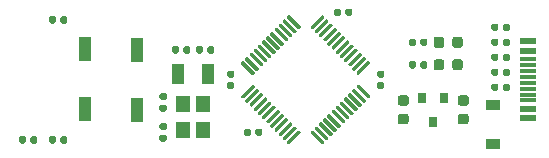
<source format=gbr>
G04 #@! TF.GenerationSoftware,KiCad,Pcbnew,5.1.9+dfsg1-1*
G04 #@! TF.CreationDate,2021-04-15T16:21:39+08:00*
G04 #@! TF.ProjectId,gp,67702e6b-6963-4616-945f-706362585858,c*
G04 #@! TF.SameCoordinates,Original*
G04 #@! TF.FileFunction,Paste,Top*
G04 #@! TF.FilePolarity,Positive*
%FSLAX46Y46*%
G04 Gerber Fmt 4.6, Leading zero omitted, Abs format (unit mm)*
G04 Created by KiCad (PCBNEW 5.1.9+dfsg1-1) date 2021-04-15 16:21:39*
%MOMM*%
%LPD*%
G01*
G04 APERTURE LIST*
%ADD10R,1.050000X2.000000*%
%ADD11R,1.450000X0.300000*%
%ADD12R,1.450000X0.600000*%
%ADD13R,1.200000X1.400000*%
%ADD14R,0.800000X0.900000*%
%ADD15R,1.000000X1.800000*%
%ADD16R,1.200000X0.900000*%
G04 APERTURE END LIST*
D10*
G04 #@! TO.C,SW2*
X158455000Y-99010000D03*
X162855000Y-99060000D03*
G04 #@! TD*
G04 #@! TO.C,SW1*
X158455000Y-104090000D03*
X162855000Y-104140000D03*
G04 #@! TD*
D11*
G04 #@! TO.C,J1*
X195980000Y-101850000D03*
X195980000Y-99850000D03*
X195980000Y-100350000D03*
X195980000Y-100850000D03*
X195980000Y-101350000D03*
X195980000Y-102350000D03*
X195980000Y-102850000D03*
X195980000Y-103350000D03*
D12*
X195980000Y-98350000D03*
X195980000Y-99150000D03*
X195980000Y-104050000D03*
X195980000Y-104850000D03*
X195980000Y-104850000D03*
X195980000Y-104050000D03*
X195980000Y-99150000D03*
X195980000Y-98350000D03*
G04 #@! TD*
D13*
G04 #@! TO.C,Y1*
X168490000Y-103675000D03*
X168490000Y-105875000D03*
X166790000Y-105875000D03*
X166790000Y-103675000D03*
G04 #@! TD*
G04 #@! TO.C,U2*
G36*
G01*
X172639516Y-101175736D02*
X171702600Y-100238820D01*
G75*
G02*
X171702600Y-100132754I53033J53033D01*
G01*
X171808666Y-100026688D01*
G75*
G02*
X171914732Y-100026688I53033J-53033D01*
G01*
X172851648Y-100963604D01*
G75*
G02*
X172851648Y-101069670I-53033J-53033D01*
G01*
X172745582Y-101175736D01*
G75*
G02*
X172639516Y-101175736I-53033J53033D01*
G01*
G37*
G36*
G01*
X172993070Y-100822182D02*
X172056154Y-99885266D01*
G75*
G02*
X172056154Y-99779200I53033J53033D01*
G01*
X172162220Y-99673134D01*
G75*
G02*
X172268286Y-99673134I53033J-53033D01*
G01*
X173205202Y-100610050D01*
G75*
G02*
X173205202Y-100716116I-53033J-53033D01*
G01*
X173099136Y-100822182D01*
G75*
G02*
X172993070Y-100822182I-53033J53033D01*
G01*
G37*
G36*
G01*
X173346623Y-100468629D02*
X172409707Y-99531713D01*
G75*
G02*
X172409707Y-99425647I53033J53033D01*
G01*
X172515773Y-99319581D01*
G75*
G02*
X172621839Y-99319581I53033J-53033D01*
G01*
X173558755Y-100256497D01*
G75*
G02*
X173558755Y-100362563I-53033J-53033D01*
G01*
X173452689Y-100468629D01*
G75*
G02*
X173346623Y-100468629I-53033J53033D01*
G01*
G37*
G36*
G01*
X173700177Y-100115075D02*
X172763261Y-99178159D01*
G75*
G02*
X172763261Y-99072093I53033J53033D01*
G01*
X172869327Y-98966027D01*
G75*
G02*
X172975393Y-98966027I53033J-53033D01*
G01*
X173912309Y-99902943D01*
G75*
G02*
X173912309Y-100009009I-53033J-53033D01*
G01*
X173806243Y-100115075D01*
G75*
G02*
X173700177Y-100115075I-53033J53033D01*
G01*
G37*
G36*
G01*
X174053730Y-99761522D02*
X173116814Y-98824606D01*
G75*
G02*
X173116814Y-98718540I53033J53033D01*
G01*
X173222880Y-98612474D01*
G75*
G02*
X173328946Y-98612474I53033J-53033D01*
G01*
X174265862Y-99549390D01*
G75*
G02*
X174265862Y-99655456I-53033J-53033D01*
G01*
X174159796Y-99761522D01*
G75*
G02*
X174053730Y-99761522I-53033J53033D01*
G01*
G37*
G36*
G01*
X174407283Y-99407969D02*
X173470367Y-98471053D01*
G75*
G02*
X173470367Y-98364987I53033J53033D01*
G01*
X173576433Y-98258921D01*
G75*
G02*
X173682499Y-98258921I53033J-53033D01*
G01*
X174619415Y-99195837D01*
G75*
G02*
X174619415Y-99301903I-53033J-53033D01*
G01*
X174513349Y-99407969D01*
G75*
G02*
X174407283Y-99407969I-53033J53033D01*
G01*
G37*
G36*
G01*
X174760837Y-99054415D02*
X173823921Y-98117499D01*
G75*
G02*
X173823921Y-98011433I53033J53033D01*
G01*
X173929987Y-97905367D01*
G75*
G02*
X174036053Y-97905367I53033J-53033D01*
G01*
X174972969Y-98842283D01*
G75*
G02*
X174972969Y-98948349I-53033J-53033D01*
G01*
X174866903Y-99054415D01*
G75*
G02*
X174760837Y-99054415I-53033J53033D01*
G01*
G37*
G36*
G01*
X175114390Y-98700862D02*
X174177474Y-97763946D01*
G75*
G02*
X174177474Y-97657880I53033J53033D01*
G01*
X174283540Y-97551814D01*
G75*
G02*
X174389606Y-97551814I53033J-53033D01*
G01*
X175326522Y-98488730D01*
G75*
G02*
X175326522Y-98594796I-53033J-53033D01*
G01*
X175220456Y-98700862D01*
G75*
G02*
X175114390Y-98700862I-53033J53033D01*
G01*
G37*
G36*
G01*
X175467943Y-98347309D02*
X174531027Y-97410393D01*
G75*
G02*
X174531027Y-97304327I53033J53033D01*
G01*
X174637093Y-97198261D01*
G75*
G02*
X174743159Y-97198261I53033J-53033D01*
G01*
X175680075Y-98135177D01*
G75*
G02*
X175680075Y-98241243I-53033J-53033D01*
G01*
X175574009Y-98347309D01*
G75*
G02*
X175467943Y-98347309I-53033J53033D01*
G01*
G37*
G36*
G01*
X175821497Y-97993755D02*
X174884581Y-97056839D01*
G75*
G02*
X174884581Y-96950773I53033J53033D01*
G01*
X174990647Y-96844707D01*
G75*
G02*
X175096713Y-96844707I53033J-53033D01*
G01*
X176033629Y-97781623D01*
G75*
G02*
X176033629Y-97887689I-53033J-53033D01*
G01*
X175927563Y-97993755D01*
G75*
G02*
X175821497Y-97993755I-53033J53033D01*
G01*
G37*
G36*
G01*
X176175050Y-97640202D02*
X175238134Y-96703286D01*
G75*
G02*
X175238134Y-96597220I53033J53033D01*
G01*
X175344200Y-96491154D01*
G75*
G02*
X175450266Y-96491154I53033J-53033D01*
G01*
X176387182Y-97428070D01*
G75*
G02*
X176387182Y-97534136I-53033J-53033D01*
G01*
X176281116Y-97640202D01*
G75*
G02*
X176175050Y-97640202I-53033J53033D01*
G01*
G37*
G36*
G01*
X176528604Y-97286648D02*
X175591688Y-96349732D01*
G75*
G02*
X175591688Y-96243666I53033J53033D01*
G01*
X175697754Y-96137600D01*
G75*
G02*
X175803820Y-96137600I53033J-53033D01*
G01*
X176740736Y-97074516D01*
G75*
G02*
X176740736Y-97180582I-53033J-53033D01*
G01*
X176634670Y-97286648D01*
G75*
G02*
X176528604Y-97286648I-53033J53033D01*
G01*
G37*
G36*
G01*
X177695330Y-97286648D02*
X177589264Y-97180582D01*
G75*
G02*
X177589264Y-97074516I53033J53033D01*
G01*
X178526180Y-96137600D01*
G75*
G02*
X178632246Y-96137600I53033J-53033D01*
G01*
X178738312Y-96243666D01*
G75*
G02*
X178738312Y-96349732I-53033J-53033D01*
G01*
X177801396Y-97286648D01*
G75*
G02*
X177695330Y-97286648I-53033J53033D01*
G01*
G37*
G36*
G01*
X178048884Y-97640202D02*
X177942818Y-97534136D01*
G75*
G02*
X177942818Y-97428070I53033J53033D01*
G01*
X178879734Y-96491154D01*
G75*
G02*
X178985800Y-96491154I53033J-53033D01*
G01*
X179091866Y-96597220D01*
G75*
G02*
X179091866Y-96703286I-53033J-53033D01*
G01*
X178154950Y-97640202D01*
G75*
G02*
X178048884Y-97640202I-53033J53033D01*
G01*
G37*
G36*
G01*
X178402437Y-97993755D02*
X178296371Y-97887689D01*
G75*
G02*
X178296371Y-97781623I53033J53033D01*
G01*
X179233287Y-96844707D01*
G75*
G02*
X179339353Y-96844707I53033J-53033D01*
G01*
X179445419Y-96950773D01*
G75*
G02*
X179445419Y-97056839I-53033J-53033D01*
G01*
X178508503Y-97993755D01*
G75*
G02*
X178402437Y-97993755I-53033J53033D01*
G01*
G37*
G36*
G01*
X178755991Y-98347309D02*
X178649925Y-98241243D01*
G75*
G02*
X178649925Y-98135177I53033J53033D01*
G01*
X179586841Y-97198261D01*
G75*
G02*
X179692907Y-97198261I53033J-53033D01*
G01*
X179798973Y-97304327D01*
G75*
G02*
X179798973Y-97410393I-53033J-53033D01*
G01*
X178862057Y-98347309D01*
G75*
G02*
X178755991Y-98347309I-53033J53033D01*
G01*
G37*
G36*
G01*
X179109544Y-98700862D02*
X179003478Y-98594796D01*
G75*
G02*
X179003478Y-98488730I53033J53033D01*
G01*
X179940394Y-97551814D01*
G75*
G02*
X180046460Y-97551814I53033J-53033D01*
G01*
X180152526Y-97657880D01*
G75*
G02*
X180152526Y-97763946I-53033J-53033D01*
G01*
X179215610Y-98700862D01*
G75*
G02*
X179109544Y-98700862I-53033J53033D01*
G01*
G37*
G36*
G01*
X179463097Y-99054415D02*
X179357031Y-98948349D01*
G75*
G02*
X179357031Y-98842283I53033J53033D01*
G01*
X180293947Y-97905367D01*
G75*
G02*
X180400013Y-97905367I53033J-53033D01*
G01*
X180506079Y-98011433D01*
G75*
G02*
X180506079Y-98117499I-53033J-53033D01*
G01*
X179569163Y-99054415D01*
G75*
G02*
X179463097Y-99054415I-53033J53033D01*
G01*
G37*
G36*
G01*
X179816651Y-99407969D02*
X179710585Y-99301903D01*
G75*
G02*
X179710585Y-99195837I53033J53033D01*
G01*
X180647501Y-98258921D01*
G75*
G02*
X180753567Y-98258921I53033J-53033D01*
G01*
X180859633Y-98364987D01*
G75*
G02*
X180859633Y-98471053I-53033J-53033D01*
G01*
X179922717Y-99407969D01*
G75*
G02*
X179816651Y-99407969I-53033J53033D01*
G01*
G37*
G36*
G01*
X180170204Y-99761522D02*
X180064138Y-99655456D01*
G75*
G02*
X180064138Y-99549390I53033J53033D01*
G01*
X181001054Y-98612474D01*
G75*
G02*
X181107120Y-98612474I53033J-53033D01*
G01*
X181213186Y-98718540D01*
G75*
G02*
X181213186Y-98824606I-53033J-53033D01*
G01*
X180276270Y-99761522D01*
G75*
G02*
X180170204Y-99761522I-53033J53033D01*
G01*
G37*
G36*
G01*
X180523757Y-100115075D02*
X180417691Y-100009009D01*
G75*
G02*
X180417691Y-99902943I53033J53033D01*
G01*
X181354607Y-98966027D01*
G75*
G02*
X181460673Y-98966027I53033J-53033D01*
G01*
X181566739Y-99072093D01*
G75*
G02*
X181566739Y-99178159I-53033J-53033D01*
G01*
X180629823Y-100115075D01*
G75*
G02*
X180523757Y-100115075I-53033J53033D01*
G01*
G37*
G36*
G01*
X180877311Y-100468629D02*
X180771245Y-100362563D01*
G75*
G02*
X180771245Y-100256497I53033J53033D01*
G01*
X181708161Y-99319581D01*
G75*
G02*
X181814227Y-99319581I53033J-53033D01*
G01*
X181920293Y-99425647D01*
G75*
G02*
X181920293Y-99531713I-53033J-53033D01*
G01*
X180983377Y-100468629D01*
G75*
G02*
X180877311Y-100468629I-53033J53033D01*
G01*
G37*
G36*
G01*
X181230864Y-100822182D02*
X181124798Y-100716116D01*
G75*
G02*
X181124798Y-100610050I53033J53033D01*
G01*
X182061714Y-99673134D01*
G75*
G02*
X182167780Y-99673134I53033J-53033D01*
G01*
X182273846Y-99779200D01*
G75*
G02*
X182273846Y-99885266I-53033J-53033D01*
G01*
X181336930Y-100822182D01*
G75*
G02*
X181230864Y-100822182I-53033J53033D01*
G01*
G37*
G36*
G01*
X181584418Y-101175736D02*
X181478352Y-101069670D01*
G75*
G02*
X181478352Y-100963604I53033J53033D01*
G01*
X182415268Y-100026688D01*
G75*
G02*
X182521334Y-100026688I53033J-53033D01*
G01*
X182627400Y-100132754D01*
G75*
G02*
X182627400Y-100238820I-53033J-53033D01*
G01*
X181690484Y-101175736D01*
G75*
G02*
X181584418Y-101175736I-53033J53033D01*
G01*
G37*
G36*
G01*
X182415268Y-103173312D02*
X181478352Y-102236396D01*
G75*
G02*
X181478352Y-102130330I53033J53033D01*
G01*
X181584418Y-102024264D01*
G75*
G02*
X181690484Y-102024264I53033J-53033D01*
G01*
X182627400Y-102961180D01*
G75*
G02*
X182627400Y-103067246I-53033J-53033D01*
G01*
X182521334Y-103173312D01*
G75*
G02*
X182415268Y-103173312I-53033J53033D01*
G01*
G37*
G36*
G01*
X182061714Y-103526866D02*
X181124798Y-102589950D01*
G75*
G02*
X181124798Y-102483884I53033J53033D01*
G01*
X181230864Y-102377818D01*
G75*
G02*
X181336930Y-102377818I53033J-53033D01*
G01*
X182273846Y-103314734D01*
G75*
G02*
X182273846Y-103420800I-53033J-53033D01*
G01*
X182167780Y-103526866D01*
G75*
G02*
X182061714Y-103526866I-53033J53033D01*
G01*
G37*
G36*
G01*
X181708161Y-103880419D02*
X180771245Y-102943503D01*
G75*
G02*
X180771245Y-102837437I53033J53033D01*
G01*
X180877311Y-102731371D01*
G75*
G02*
X180983377Y-102731371I53033J-53033D01*
G01*
X181920293Y-103668287D01*
G75*
G02*
X181920293Y-103774353I-53033J-53033D01*
G01*
X181814227Y-103880419D01*
G75*
G02*
X181708161Y-103880419I-53033J53033D01*
G01*
G37*
G36*
G01*
X181354607Y-104233973D02*
X180417691Y-103297057D01*
G75*
G02*
X180417691Y-103190991I53033J53033D01*
G01*
X180523757Y-103084925D01*
G75*
G02*
X180629823Y-103084925I53033J-53033D01*
G01*
X181566739Y-104021841D01*
G75*
G02*
X181566739Y-104127907I-53033J-53033D01*
G01*
X181460673Y-104233973D01*
G75*
G02*
X181354607Y-104233973I-53033J53033D01*
G01*
G37*
G36*
G01*
X181001054Y-104587526D02*
X180064138Y-103650610D01*
G75*
G02*
X180064138Y-103544544I53033J53033D01*
G01*
X180170204Y-103438478D01*
G75*
G02*
X180276270Y-103438478I53033J-53033D01*
G01*
X181213186Y-104375394D01*
G75*
G02*
X181213186Y-104481460I-53033J-53033D01*
G01*
X181107120Y-104587526D01*
G75*
G02*
X181001054Y-104587526I-53033J53033D01*
G01*
G37*
G36*
G01*
X180647501Y-104941079D02*
X179710585Y-104004163D01*
G75*
G02*
X179710585Y-103898097I53033J53033D01*
G01*
X179816651Y-103792031D01*
G75*
G02*
X179922717Y-103792031I53033J-53033D01*
G01*
X180859633Y-104728947D01*
G75*
G02*
X180859633Y-104835013I-53033J-53033D01*
G01*
X180753567Y-104941079D01*
G75*
G02*
X180647501Y-104941079I-53033J53033D01*
G01*
G37*
G36*
G01*
X180293947Y-105294633D02*
X179357031Y-104357717D01*
G75*
G02*
X179357031Y-104251651I53033J53033D01*
G01*
X179463097Y-104145585D01*
G75*
G02*
X179569163Y-104145585I53033J-53033D01*
G01*
X180506079Y-105082501D01*
G75*
G02*
X180506079Y-105188567I-53033J-53033D01*
G01*
X180400013Y-105294633D01*
G75*
G02*
X180293947Y-105294633I-53033J53033D01*
G01*
G37*
G36*
G01*
X179940394Y-105648186D02*
X179003478Y-104711270D01*
G75*
G02*
X179003478Y-104605204I53033J53033D01*
G01*
X179109544Y-104499138D01*
G75*
G02*
X179215610Y-104499138I53033J-53033D01*
G01*
X180152526Y-105436054D01*
G75*
G02*
X180152526Y-105542120I-53033J-53033D01*
G01*
X180046460Y-105648186D01*
G75*
G02*
X179940394Y-105648186I-53033J53033D01*
G01*
G37*
G36*
G01*
X179586841Y-106001739D02*
X178649925Y-105064823D01*
G75*
G02*
X178649925Y-104958757I53033J53033D01*
G01*
X178755991Y-104852691D01*
G75*
G02*
X178862057Y-104852691I53033J-53033D01*
G01*
X179798973Y-105789607D01*
G75*
G02*
X179798973Y-105895673I-53033J-53033D01*
G01*
X179692907Y-106001739D01*
G75*
G02*
X179586841Y-106001739I-53033J53033D01*
G01*
G37*
G36*
G01*
X179233287Y-106355293D02*
X178296371Y-105418377D01*
G75*
G02*
X178296371Y-105312311I53033J53033D01*
G01*
X178402437Y-105206245D01*
G75*
G02*
X178508503Y-105206245I53033J-53033D01*
G01*
X179445419Y-106143161D01*
G75*
G02*
X179445419Y-106249227I-53033J-53033D01*
G01*
X179339353Y-106355293D01*
G75*
G02*
X179233287Y-106355293I-53033J53033D01*
G01*
G37*
G36*
G01*
X178879734Y-106708846D02*
X177942818Y-105771930D01*
G75*
G02*
X177942818Y-105665864I53033J53033D01*
G01*
X178048884Y-105559798D01*
G75*
G02*
X178154950Y-105559798I53033J-53033D01*
G01*
X179091866Y-106496714D01*
G75*
G02*
X179091866Y-106602780I-53033J-53033D01*
G01*
X178985800Y-106708846D01*
G75*
G02*
X178879734Y-106708846I-53033J53033D01*
G01*
G37*
G36*
G01*
X178526180Y-107062400D02*
X177589264Y-106125484D01*
G75*
G02*
X177589264Y-106019418I53033J53033D01*
G01*
X177695330Y-105913352D01*
G75*
G02*
X177801396Y-105913352I53033J-53033D01*
G01*
X178738312Y-106850268D01*
G75*
G02*
X178738312Y-106956334I-53033J-53033D01*
G01*
X178632246Y-107062400D01*
G75*
G02*
X178526180Y-107062400I-53033J53033D01*
G01*
G37*
G36*
G01*
X175697754Y-107062400D02*
X175591688Y-106956334D01*
G75*
G02*
X175591688Y-106850268I53033J53033D01*
G01*
X176528604Y-105913352D01*
G75*
G02*
X176634670Y-105913352I53033J-53033D01*
G01*
X176740736Y-106019418D01*
G75*
G02*
X176740736Y-106125484I-53033J-53033D01*
G01*
X175803820Y-107062400D01*
G75*
G02*
X175697754Y-107062400I-53033J53033D01*
G01*
G37*
G36*
G01*
X175344200Y-106708846D02*
X175238134Y-106602780D01*
G75*
G02*
X175238134Y-106496714I53033J53033D01*
G01*
X176175050Y-105559798D01*
G75*
G02*
X176281116Y-105559798I53033J-53033D01*
G01*
X176387182Y-105665864D01*
G75*
G02*
X176387182Y-105771930I-53033J-53033D01*
G01*
X175450266Y-106708846D01*
G75*
G02*
X175344200Y-106708846I-53033J53033D01*
G01*
G37*
G36*
G01*
X174990647Y-106355293D02*
X174884581Y-106249227D01*
G75*
G02*
X174884581Y-106143161I53033J53033D01*
G01*
X175821497Y-105206245D01*
G75*
G02*
X175927563Y-105206245I53033J-53033D01*
G01*
X176033629Y-105312311D01*
G75*
G02*
X176033629Y-105418377I-53033J-53033D01*
G01*
X175096713Y-106355293D01*
G75*
G02*
X174990647Y-106355293I-53033J53033D01*
G01*
G37*
G36*
G01*
X174637093Y-106001739D02*
X174531027Y-105895673D01*
G75*
G02*
X174531027Y-105789607I53033J53033D01*
G01*
X175467943Y-104852691D01*
G75*
G02*
X175574009Y-104852691I53033J-53033D01*
G01*
X175680075Y-104958757D01*
G75*
G02*
X175680075Y-105064823I-53033J-53033D01*
G01*
X174743159Y-106001739D01*
G75*
G02*
X174637093Y-106001739I-53033J53033D01*
G01*
G37*
G36*
G01*
X174283540Y-105648186D02*
X174177474Y-105542120D01*
G75*
G02*
X174177474Y-105436054I53033J53033D01*
G01*
X175114390Y-104499138D01*
G75*
G02*
X175220456Y-104499138I53033J-53033D01*
G01*
X175326522Y-104605204D01*
G75*
G02*
X175326522Y-104711270I-53033J-53033D01*
G01*
X174389606Y-105648186D01*
G75*
G02*
X174283540Y-105648186I-53033J53033D01*
G01*
G37*
G36*
G01*
X173929987Y-105294633D02*
X173823921Y-105188567D01*
G75*
G02*
X173823921Y-105082501I53033J53033D01*
G01*
X174760837Y-104145585D01*
G75*
G02*
X174866903Y-104145585I53033J-53033D01*
G01*
X174972969Y-104251651D01*
G75*
G02*
X174972969Y-104357717I-53033J-53033D01*
G01*
X174036053Y-105294633D01*
G75*
G02*
X173929987Y-105294633I-53033J53033D01*
G01*
G37*
G36*
G01*
X173576433Y-104941079D02*
X173470367Y-104835013D01*
G75*
G02*
X173470367Y-104728947I53033J53033D01*
G01*
X174407283Y-103792031D01*
G75*
G02*
X174513349Y-103792031I53033J-53033D01*
G01*
X174619415Y-103898097D01*
G75*
G02*
X174619415Y-104004163I-53033J-53033D01*
G01*
X173682499Y-104941079D01*
G75*
G02*
X173576433Y-104941079I-53033J53033D01*
G01*
G37*
G36*
G01*
X173222880Y-104587526D02*
X173116814Y-104481460D01*
G75*
G02*
X173116814Y-104375394I53033J53033D01*
G01*
X174053730Y-103438478D01*
G75*
G02*
X174159796Y-103438478I53033J-53033D01*
G01*
X174265862Y-103544544D01*
G75*
G02*
X174265862Y-103650610I-53033J-53033D01*
G01*
X173328946Y-104587526D01*
G75*
G02*
X173222880Y-104587526I-53033J53033D01*
G01*
G37*
G36*
G01*
X172869327Y-104233973D02*
X172763261Y-104127907D01*
G75*
G02*
X172763261Y-104021841I53033J53033D01*
G01*
X173700177Y-103084925D01*
G75*
G02*
X173806243Y-103084925I53033J-53033D01*
G01*
X173912309Y-103190991D01*
G75*
G02*
X173912309Y-103297057I-53033J-53033D01*
G01*
X172975393Y-104233973D01*
G75*
G02*
X172869327Y-104233973I-53033J53033D01*
G01*
G37*
G36*
G01*
X172515773Y-103880419D02*
X172409707Y-103774353D01*
G75*
G02*
X172409707Y-103668287I53033J53033D01*
G01*
X173346623Y-102731371D01*
G75*
G02*
X173452689Y-102731371I53033J-53033D01*
G01*
X173558755Y-102837437D01*
G75*
G02*
X173558755Y-102943503I-53033J-53033D01*
G01*
X172621839Y-103880419D01*
G75*
G02*
X172515773Y-103880419I-53033J53033D01*
G01*
G37*
G36*
G01*
X172162220Y-103526866D02*
X172056154Y-103420800D01*
G75*
G02*
X172056154Y-103314734I53033J53033D01*
G01*
X172993070Y-102377818D01*
G75*
G02*
X173099136Y-102377818I53033J-53033D01*
G01*
X173205202Y-102483884D01*
G75*
G02*
X173205202Y-102589950I-53033J-53033D01*
G01*
X172268286Y-103526866D01*
G75*
G02*
X172162220Y-103526866I-53033J53033D01*
G01*
G37*
G36*
G01*
X171808666Y-103173312D02*
X171702600Y-103067246D01*
G75*
G02*
X171702600Y-102961180I53033J53033D01*
G01*
X172639516Y-102024264D01*
G75*
G02*
X172745582Y-102024264I53033J-53033D01*
G01*
X172851648Y-102130330D01*
G75*
G02*
X172851648Y-102236396I-53033J-53033D01*
G01*
X171914732Y-103173312D01*
G75*
G02*
X171808666Y-103173312I-53033J53033D01*
G01*
G37*
G04 #@! TD*
G04 #@! TO.C,C3*
G36*
G01*
X185163750Y-104490000D02*
X185676250Y-104490000D01*
G75*
G02*
X185895000Y-104708750I0J-218750D01*
G01*
X185895000Y-105146250D01*
G75*
G02*
X185676250Y-105365000I-218750J0D01*
G01*
X185163750Y-105365000D01*
G75*
G02*
X184945000Y-105146250I0J218750D01*
G01*
X184945000Y-104708750D01*
G75*
G02*
X185163750Y-104490000I218750J0D01*
G01*
G37*
G36*
G01*
X185163750Y-102915000D02*
X185676250Y-102915000D01*
G75*
G02*
X185895000Y-103133750I0J-218750D01*
G01*
X185895000Y-103571250D01*
G75*
G02*
X185676250Y-103790000I-218750J0D01*
G01*
X185163750Y-103790000D01*
G75*
G02*
X184945000Y-103571250I0J218750D01*
G01*
X184945000Y-103133750D01*
G75*
G02*
X185163750Y-102915000I218750J0D01*
G01*
G37*
G04 #@! TD*
G04 #@! TO.C,C1*
G36*
G01*
X190756250Y-103790000D02*
X190243750Y-103790000D01*
G75*
G02*
X190025000Y-103571250I0J218750D01*
G01*
X190025000Y-103133750D01*
G75*
G02*
X190243750Y-102915000I218750J0D01*
G01*
X190756250Y-102915000D01*
G75*
G02*
X190975000Y-103133750I0J-218750D01*
G01*
X190975000Y-103571250D01*
G75*
G02*
X190756250Y-103790000I-218750J0D01*
G01*
G37*
G36*
G01*
X190756250Y-105365000D02*
X190243750Y-105365000D01*
G75*
G02*
X190025000Y-105146250I0J218750D01*
G01*
X190025000Y-104708750D01*
G75*
G02*
X190243750Y-104490000I218750J0D01*
G01*
X190756250Y-104490000D01*
G75*
G02*
X190975000Y-104708750I0J-218750D01*
G01*
X190975000Y-105146250D01*
G75*
G02*
X190756250Y-105365000I-218750J0D01*
G01*
G37*
G04 #@! TD*
G04 #@! TO.C,R5*
G36*
G01*
X156020000Y-96347500D02*
X156020000Y-96692500D01*
G75*
G02*
X155872500Y-96840000I-147500J0D01*
G01*
X155577500Y-96840000D01*
G75*
G02*
X155430000Y-96692500I0J147500D01*
G01*
X155430000Y-96347500D01*
G75*
G02*
X155577500Y-96200000I147500J0D01*
G01*
X155872500Y-96200000D01*
G75*
G02*
X156020000Y-96347500I0J-147500D01*
G01*
G37*
G36*
G01*
X156990000Y-96347500D02*
X156990000Y-96692500D01*
G75*
G02*
X156842500Y-96840000I-147500J0D01*
G01*
X156547500Y-96840000D01*
G75*
G02*
X156400000Y-96692500I0J147500D01*
G01*
X156400000Y-96347500D01*
G75*
G02*
X156547500Y-96200000I147500J0D01*
G01*
X156842500Y-96200000D01*
G75*
G02*
X156990000Y-96347500I0J-147500D01*
G01*
G37*
G04 #@! TD*
G04 #@! TO.C,R8*
G36*
G01*
X186500000Y-98252500D02*
X186500000Y-98597500D01*
G75*
G02*
X186352500Y-98745000I-147500J0D01*
G01*
X186057500Y-98745000D01*
G75*
G02*
X185910000Y-98597500I0J147500D01*
G01*
X185910000Y-98252500D01*
G75*
G02*
X186057500Y-98105000I147500J0D01*
G01*
X186352500Y-98105000D01*
G75*
G02*
X186500000Y-98252500I0J-147500D01*
G01*
G37*
G36*
G01*
X187470000Y-98252500D02*
X187470000Y-98597500D01*
G75*
G02*
X187322500Y-98745000I-147500J0D01*
G01*
X187027500Y-98745000D01*
G75*
G02*
X186880000Y-98597500I0J147500D01*
G01*
X186880000Y-98252500D01*
G75*
G02*
X187027500Y-98105000I147500J0D01*
G01*
X187322500Y-98105000D01*
G75*
G02*
X187470000Y-98252500I0J-147500D01*
G01*
G37*
G04 #@! TD*
G04 #@! TO.C,R4*
G36*
G01*
X193485000Y-98252500D02*
X193485000Y-98597500D01*
G75*
G02*
X193337500Y-98745000I-147500J0D01*
G01*
X193042500Y-98745000D01*
G75*
G02*
X192895000Y-98597500I0J147500D01*
G01*
X192895000Y-98252500D01*
G75*
G02*
X193042500Y-98105000I147500J0D01*
G01*
X193337500Y-98105000D01*
G75*
G02*
X193485000Y-98252500I0J-147500D01*
G01*
G37*
G36*
G01*
X194455000Y-98252500D02*
X194455000Y-98597500D01*
G75*
G02*
X194307500Y-98745000I-147500J0D01*
G01*
X194012500Y-98745000D01*
G75*
G02*
X193865000Y-98597500I0J147500D01*
G01*
X193865000Y-98252500D01*
G75*
G02*
X194012500Y-98105000I147500J0D01*
G01*
X194307500Y-98105000D01*
G75*
G02*
X194455000Y-98252500I0J-147500D01*
G01*
G37*
G04 #@! TD*
G04 #@! TO.C,R3*
G36*
G01*
X193485000Y-99522500D02*
X193485000Y-99867500D01*
G75*
G02*
X193337500Y-100015000I-147500J0D01*
G01*
X193042500Y-100015000D01*
G75*
G02*
X192895000Y-99867500I0J147500D01*
G01*
X192895000Y-99522500D01*
G75*
G02*
X193042500Y-99375000I147500J0D01*
G01*
X193337500Y-99375000D01*
G75*
G02*
X193485000Y-99522500I0J-147500D01*
G01*
G37*
G36*
G01*
X194455000Y-99522500D02*
X194455000Y-99867500D01*
G75*
G02*
X194307500Y-100015000I-147500J0D01*
G01*
X194012500Y-100015000D01*
G75*
G02*
X193865000Y-99867500I0J147500D01*
G01*
X193865000Y-99522500D01*
G75*
G02*
X194012500Y-99375000I147500J0D01*
G01*
X194307500Y-99375000D01*
G75*
G02*
X194455000Y-99522500I0J-147500D01*
G01*
G37*
G04 #@! TD*
G04 #@! TO.C,R2*
G36*
G01*
X193485000Y-100792500D02*
X193485000Y-101137500D01*
G75*
G02*
X193337500Y-101285000I-147500J0D01*
G01*
X193042500Y-101285000D01*
G75*
G02*
X192895000Y-101137500I0J147500D01*
G01*
X192895000Y-100792500D01*
G75*
G02*
X193042500Y-100645000I147500J0D01*
G01*
X193337500Y-100645000D01*
G75*
G02*
X193485000Y-100792500I0J-147500D01*
G01*
G37*
G36*
G01*
X194455000Y-100792500D02*
X194455000Y-101137500D01*
G75*
G02*
X194307500Y-101285000I-147500J0D01*
G01*
X194012500Y-101285000D01*
G75*
G02*
X193865000Y-101137500I0J147500D01*
G01*
X193865000Y-100792500D01*
G75*
G02*
X194012500Y-100645000I147500J0D01*
G01*
X194307500Y-100645000D01*
G75*
G02*
X194455000Y-100792500I0J-147500D01*
G01*
G37*
G04 #@! TD*
D14*
G04 #@! TO.C,U1*
X187960000Y-105140000D03*
X187010000Y-103140000D03*
X188910000Y-103140000D03*
G04 #@! TD*
G04 #@! TO.C,R7*
G36*
G01*
X193485000Y-102062500D02*
X193485000Y-102407500D01*
G75*
G02*
X193337500Y-102555000I-147500J0D01*
G01*
X193042500Y-102555000D01*
G75*
G02*
X192895000Y-102407500I0J147500D01*
G01*
X192895000Y-102062500D01*
G75*
G02*
X193042500Y-101915000I147500J0D01*
G01*
X193337500Y-101915000D01*
G75*
G02*
X193485000Y-102062500I0J-147500D01*
G01*
G37*
G36*
G01*
X194455000Y-102062500D02*
X194455000Y-102407500D01*
G75*
G02*
X194307500Y-102555000I-147500J0D01*
G01*
X194012500Y-102555000D01*
G75*
G02*
X193865000Y-102407500I0J147500D01*
G01*
X193865000Y-102062500D01*
G75*
G02*
X194012500Y-101915000I147500J0D01*
G01*
X194307500Y-101915000D01*
G75*
G02*
X194455000Y-102062500I0J-147500D01*
G01*
G37*
G04 #@! TD*
G04 #@! TO.C,C11*
G36*
G01*
X166814000Y-99232500D02*
X166814000Y-98887500D01*
G75*
G02*
X166961500Y-98740000I147500J0D01*
G01*
X167256500Y-98740000D01*
G75*
G02*
X167404000Y-98887500I0J-147500D01*
G01*
X167404000Y-99232500D01*
G75*
G02*
X167256500Y-99380000I-147500J0D01*
G01*
X166961500Y-99380000D01*
G75*
G02*
X166814000Y-99232500I0J147500D01*
G01*
G37*
G36*
G01*
X165844000Y-99232500D02*
X165844000Y-98887500D01*
G75*
G02*
X165991500Y-98740000I147500J0D01*
G01*
X166286500Y-98740000D01*
G75*
G02*
X166434000Y-98887500I0J-147500D01*
G01*
X166434000Y-99232500D01*
G75*
G02*
X166286500Y-99380000I-147500J0D01*
G01*
X165991500Y-99380000D01*
G75*
G02*
X165844000Y-99232500I0J147500D01*
G01*
G37*
G04 #@! TD*
G04 #@! TO.C,C10*
G36*
G01*
X168466000Y-98887500D02*
X168466000Y-99232500D01*
G75*
G02*
X168318500Y-99380000I-147500J0D01*
G01*
X168023500Y-99380000D01*
G75*
G02*
X167876000Y-99232500I0J147500D01*
G01*
X167876000Y-98887500D01*
G75*
G02*
X168023500Y-98740000I147500J0D01*
G01*
X168318500Y-98740000D01*
G75*
G02*
X168466000Y-98887500I0J-147500D01*
G01*
G37*
G36*
G01*
X169436000Y-98887500D02*
X169436000Y-99232500D01*
G75*
G02*
X169288500Y-99380000I-147500J0D01*
G01*
X168993500Y-99380000D01*
G75*
G02*
X168846000Y-99232500I0J147500D01*
G01*
X168846000Y-98887500D01*
G75*
G02*
X168993500Y-98740000I147500J0D01*
G01*
X169288500Y-98740000D01*
G75*
G02*
X169436000Y-98887500I0J-147500D01*
G01*
G37*
G04 #@! TD*
D15*
G04 #@! TO.C,Y2*
X166390000Y-101092000D03*
X168890000Y-101092000D03*
G04 #@! TD*
G04 #@! TO.C,C9*
G36*
G01*
X165272500Y-105855000D02*
X164927500Y-105855000D01*
G75*
G02*
X164780000Y-105707500I0J147500D01*
G01*
X164780000Y-105412500D01*
G75*
G02*
X164927500Y-105265000I147500J0D01*
G01*
X165272500Y-105265000D01*
G75*
G02*
X165420000Y-105412500I0J-147500D01*
G01*
X165420000Y-105707500D01*
G75*
G02*
X165272500Y-105855000I-147500J0D01*
G01*
G37*
G36*
G01*
X165272500Y-106825000D02*
X164927500Y-106825000D01*
G75*
G02*
X164780000Y-106677500I0J147500D01*
G01*
X164780000Y-106382500D01*
G75*
G02*
X164927500Y-106235000I147500J0D01*
G01*
X165272500Y-106235000D01*
G75*
G02*
X165420000Y-106382500I0J-147500D01*
G01*
X165420000Y-106677500D01*
G75*
G02*
X165272500Y-106825000I-147500J0D01*
G01*
G37*
G04 #@! TD*
G04 #@! TO.C,C8*
G36*
G01*
X164927500Y-103695000D02*
X165272500Y-103695000D01*
G75*
G02*
X165420000Y-103842500I0J-147500D01*
G01*
X165420000Y-104137500D01*
G75*
G02*
X165272500Y-104285000I-147500J0D01*
G01*
X164927500Y-104285000D01*
G75*
G02*
X164780000Y-104137500I0J147500D01*
G01*
X164780000Y-103842500D01*
G75*
G02*
X164927500Y-103695000I147500J0D01*
G01*
G37*
G36*
G01*
X164927500Y-102725000D02*
X165272500Y-102725000D01*
G75*
G02*
X165420000Y-102872500I0J-147500D01*
G01*
X165420000Y-103167500D01*
G75*
G02*
X165272500Y-103315000I-147500J0D01*
G01*
X164927500Y-103315000D01*
G75*
G02*
X164780000Y-103167500I0J147500D01*
G01*
X164780000Y-102872500D01*
G75*
G02*
X164927500Y-102725000I147500J0D01*
G01*
G37*
G04 #@! TD*
G04 #@! TO.C,R6*
G36*
G01*
X193485000Y-96982500D02*
X193485000Y-97327500D01*
G75*
G02*
X193337500Y-97475000I-147500J0D01*
G01*
X193042500Y-97475000D01*
G75*
G02*
X192895000Y-97327500I0J147500D01*
G01*
X192895000Y-96982500D01*
G75*
G02*
X193042500Y-96835000I147500J0D01*
G01*
X193337500Y-96835000D01*
G75*
G02*
X193485000Y-96982500I0J-147500D01*
G01*
G37*
G36*
G01*
X194455000Y-96982500D02*
X194455000Y-97327500D01*
G75*
G02*
X194307500Y-97475000I-147500J0D01*
G01*
X194012500Y-97475000D01*
G75*
G02*
X193865000Y-97327500I0J147500D01*
G01*
X193865000Y-96982500D01*
G75*
G02*
X194012500Y-96835000I147500J0D01*
G01*
X194307500Y-96835000D01*
G75*
G02*
X194455000Y-96982500I0J-147500D01*
G01*
G37*
G04 #@! TD*
G04 #@! TO.C,R9*
G36*
G01*
X186500000Y-100157500D02*
X186500000Y-100502500D01*
G75*
G02*
X186352500Y-100650000I-147500J0D01*
G01*
X186057500Y-100650000D01*
G75*
G02*
X185910000Y-100502500I0J147500D01*
G01*
X185910000Y-100157500D01*
G75*
G02*
X186057500Y-100010000I147500J0D01*
G01*
X186352500Y-100010000D01*
G75*
G02*
X186500000Y-100157500I0J-147500D01*
G01*
G37*
G36*
G01*
X187470000Y-100157500D02*
X187470000Y-100502500D01*
G75*
G02*
X187322500Y-100650000I-147500J0D01*
G01*
X187027500Y-100650000D01*
G75*
G02*
X186880000Y-100502500I0J147500D01*
G01*
X186880000Y-100157500D01*
G75*
G02*
X187027500Y-100010000I147500J0D01*
G01*
X187322500Y-100010000D01*
G75*
G02*
X187470000Y-100157500I0J-147500D01*
G01*
G37*
G04 #@! TD*
G04 #@! TO.C,R1*
G36*
G01*
X153860000Y-106852500D02*
X153860000Y-106507500D01*
G75*
G02*
X154007500Y-106360000I147500J0D01*
G01*
X154302500Y-106360000D01*
G75*
G02*
X154450000Y-106507500I0J-147500D01*
G01*
X154450000Y-106852500D01*
G75*
G02*
X154302500Y-107000000I-147500J0D01*
G01*
X154007500Y-107000000D01*
G75*
G02*
X153860000Y-106852500I0J147500D01*
G01*
G37*
G36*
G01*
X152890000Y-106852500D02*
X152890000Y-106507500D01*
G75*
G02*
X153037500Y-106360000I147500J0D01*
G01*
X153332500Y-106360000D01*
G75*
G02*
X153480000Y-106507500I0J-147500D01*
G01*
X153480000Y-106852500D01*
G75*
G02*
X153332500Y-107000000I-147500J0D01*
G01*
X153037500Y-107000000D01*
G75*
G02*
X152890000Y-106852500I0J147500D01*
G01*
G37*
G04 #@! TD*
G04 #@! TO.C,D3*
G36*
G01*
X189580000Y-100586250D02*
X189580000Y-100073750D01*
G75*
G02*
X189798750Y-99855000I218750J0D01*
G01*
X190236250Y-99855000D01*
G75*
G02*
X190455000Y-100073750I0J-218750D01*
G01*
X190455000Y-100586250D01*
G75*
G02*
X190236250Y-100805000I-218750J0D01*
G01*
X189798750Y-100805000D01*
G75*
G02*
X189580000Y-100586250I0J218750D01*
G01*
G37*
G36*
G01*
X188005000Y-100586250D02*
X188005000Y-100073750D01*
G75*
G02*
X188223750Y-99855000I218750J0D01*
G01*
X188661250Y-99855000D01*
G75*
G02*
X188880000Y-100073750I0J-218750D01*
G01*
X188880000Y-100586250D01*
G75*
G02*
X188661250Y-100805000I-218750J0D01*
G01*
X188223750Y-100805000D01*
G75*
G02*
X188005000Y-100586250I0J218750D01*
G01*
G37*
G04 #@! TD*
G04 #@! TO.C,D2*
G36*
G01*
X189580000Y-98681250D02*
X189580000Y-98168750D01*
G75*
G02*
X189798750Y-97950000I218750J0D01*
G01*
X190236250Y-97950000D01*
G75*
G02*
X190455000Y-98168750I0J-218750D01*
G01*
X190455000Y-98681250D01*
G75*
G02*
X190236250Y-98900000I-218750J0D01*
G01*
X189798750Y-98900000D01*
G75*
G02*
X189580000Y-98681250I0J218750D01*
G01*
G37*
G36*
G01*
X188005000Y-98681250D02*
X188005000Y-98168750D01*
G75*
G02*
X188223750Y-97950000I218750J0D01*
G01*
X188661250Y-97950000D01*
G75*
G02*
X188880000Y-98168750I0J-218750D01*
G01*
X188880000Y-98681250D01*
G75*
G02*
X188661250Y-98900000I-218750J0D01*
G01*
X188223750Y-98900000D01*
G75*
G02*
X188005000Y-98681250I0J218750D01*
G01*
G37*
G04 #@! TD*
G04 #@! TO.C,C2*
G36*
G01*
X156400000Y-106852500D02*
X156400000Y-106507500D01*
G75*
G02*
X156547500Y-106360000I147500J0D01*
G01*
X156842500Y-106360000D01*
G75*
G02*
X156990000Y-106507500I0J-147500D01*
G01*
X156990000Y-106852500D01*
G75*
G02*
X156842500Y-107000000I-147500J0D01*
G01*
X156547500Y-107000000D01*
G75*
G02*
X156400000Y-106852500I0J147500D01*
G01*
G37*
G36*
G01*
X155430000Y-106852500D02*
X155430000Y-106507500D01*
G75*
G02*
X155577500Y-106360000I147500J0D01*
G01*
X155872500Y-106360000D01*
G75*
G02*
X156020000Y-106507500I0J-147500D01*
G01*
X156020000Y-106852500D01*
G75*
G02*
X155872500Y-107000000I-147500J0D01*
G01*
X155577500Y-107000000D01*
G75*
G02*
X155430000Y-106852500I0J147500D01*
G01*
G37*
G04 #@! TD*
D16*
G04 #@! TO.C,D1*
X193040000Y-103760000D03*
X193040000Y-107060000D03*
G04 #@! TD*
G04 #@! TO.C,C7*
G36*
G01*
X170987500Y-101410000D02*
X170642500Y-101410000D01*
G75*
G02*
X170495000Y-101262500I0J147500D01*
G01*
X170495000Y-100967500D01*
G75*
G02*
X170642500Y-100820000I147500J0D01*
G01*
X170987500Y-100820000D01*
G75*
G02*
X171135000Y-100967500I0J-147500D01*
G01*
X171135000Y-101262500D01*
G75*
G02*
X170987500Y-101410000I-147500J0D01*
G01*
G37*
G36*
G01*
X170987500Y-102380000D02*
X170642500Y-102380000D01*
G75*
G02*
X170495000Y-102232500I0J147500D01*
G01*
X170495000Y-101937500D01*
G75*
G02*
X170642500Y-101790000I147500J0D01*
G01*
X170987500Y-101790000D01*
G75*
G02*
X171135000Y-101937500I0J-147500D01*
G01*
X171135000Y-102232500D01*
G75*
G02*
X170987500Y-102380000I-147500J0D01*
G01*
G37*
G04 #@! TD*
G04 #@! TO.C,C6*
G36*
G01*
X172530000Y-105872500D02*
X172530000Y-106217500D01*
G75*
G02*
X172382500Y-106365000I-147500J0D01*
G01*
X172087500Y-106365000D01*
G75*
G02*
X171940000Y-106217500I0J147500D01*
G01*
X171940000Y-105872500D01*
G75*
G02*
X172087500Y-105725000I147500J0D01*
G01*
X172382500Y-105725000D01*
G75*
G02*
X172530000Y-105872500I0J-147500D01*
G01*
G37*
G36*
G01*
X173500000Y-105872500D02*
X173500000Y-106217500D01*
G75*
G02*
X173352500Y-106365000I-147500J0D01*
G01*
X173057500Y-106365000D01*
G75*
G02*
X172910000Y-106217500I0J147500D01*
G01*
X172910000Y-105872500D01*
G75*
G02*
X173057500Y-105725000I147500J0D01*
G01*
X173352500Y-105725000D01*
G75*
G02*
X173500000Y-105872500I0J-147500D01*
G01*
G37*
G04 #@! TD*
G04 #@! TO.C,C5*
G36*
G01*
X180530000Y-96057500D02*
X180530000Y-95712500D01*
G75*
G02*
X180677500Y-95565000I147500J0D01*
G01*
X180972500Y-95565000D01*
G75*
G02*
X181120000Y-95712500I0J-147500D01*
G01*
X181120000Y-96057500D01*
G75*
G02*
X180972500Y-96205000I-147500J0D01*
G01*
X180677500Y-96205000D01*
G75*
G02*
X180530000Y-96057500I0J147500D01*
G01*
G37*
G36*
G01*
X179560000Y-96057500D02*
X179560000Y-95712500D01*
G75*
G02*
X179707500Y-95565000I147500J0D01*
G01*
X180002500Y-95565000D01*
G75*
G02*
X180150000Y-95712500I0J-147500D01*
G01*
X180150000Y-96057500D01*
G75*
G02*
X180002500Y-96205000I-147500J0D01*
G01*
X179707500Y-96205000D01*
G75*
G02*
X179560000Y-96057500I0J147500D01*
G01*
G37*
G04 #@! TD*
G04 #@! TO.C,C4*
G36*
G01*
X183687500Y-101410000D02*
X183342500Y-101410000D01*
G75*
G02*
X183195000Y-101262500I0J147500D01*
G01*
X183195000Y-100967500D01*
G75*
G02*
X183342500Y-100820000I147500J0D01*
G01*
X183687500Y-100820000D01*
G75*
G02*
X183835000Y-100967500I0J-147500D01*
G01*
X183835000Y-101262500D01*
G75*
G02*
X183687500Y-101410000I-147500J0D01*
G01*
G37*
G36*
G01*
X183687500Y-102380000D02*
X183342500Y-102380000D01*
G75*
G02*
X183195000Y-102232500I0J147500D01*
G01*
X183195000Y-101937500D01*
G75*
G02*
X183342500Y-101790000I147500J0D01*
G01*
X183687500Y-101790000D01*
G75*
G02*
X183835000Y-101937500I0J-147500D01*
G01*
X183835000Y-102232500D01*
G75*
G02*
X183687500Y-102380000I-147500J0D01*
G01*
G37*
G04 #@! TD*
M02*

</source>
